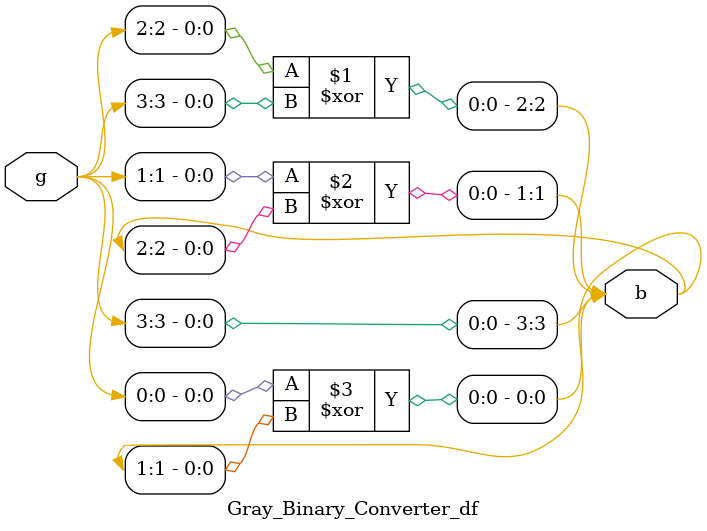
<source format=v>
`timescale 1ns / 1ps


module Gray_Binary_Converter_df(b,g);
output [3:0]b;
input [3:0]g;

assign b[3] = g[3];
assign b[2] = g[2]^b[3];
assign b[1] = g[1]^b[2];
assign b[0] = g[0]^b[1];
endmodule

</source>
